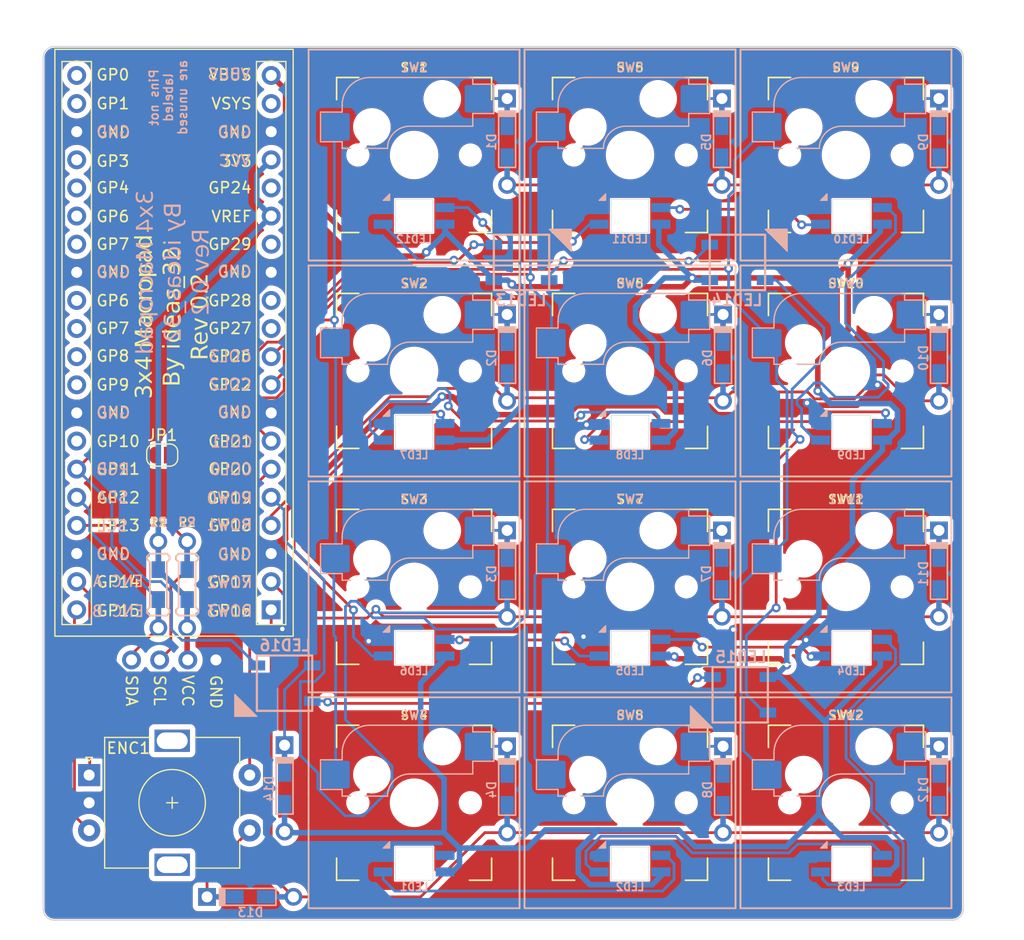
<source format=kicad_pcb>
(kicad_pcb (version 20221018) (generator pcbnew)
  (layers (0 "F.Cu" signal) (31 "B.Cu" signal) (34 "B.Paste" user) (35 "F.Paste" user) (36 "B.SilkS" user "B.Silkscreen") (37 "F.SilkS" user "F.Silkscreen") (38 "B.Mask" user) (39 "F.Mask" user) (44 "Edge.Cuts" user))
  (net 0 "")
  (net 1 "ROW0")
  (net 2 "Net-(D1-K)")
  (net 3 "ROW1")
  (net 4 "Net-(D2-K)")
  (net 5 "ROW2")
  (net 6 "Net-(D3-K)")
  (net 7 "ROW3")
  (net 8 "Net-(D4-K)")
  (net 9 "Net-(D5-K)")
  (net 10 "Net-(D6-K)")
  (net 11 "Net-(D7-K)")
  (net 12 "Net-(D8-K)")
  (net 13 "Net-(D9-K)")
  (net 14 "Net-(D10-K)")
  (net 15 "Net-(D11-K)")
  (net 16 "Net-(D12-K)")
  (net 17 "GND")
  (net 19 "VCC")
  (net 20 "OLED_SCL")
  (net 21 "OLED_SDA")
  (net 22 "COL0")
  (net 23 "COL1")
  (net 24 "COL2")
  (net 35 "COL3")
  (net 36 "ENC_A")
  (net 41 "VBUS")
  (net 42 "ENC_B")
  (net 44 "Net-(D13-K)")
  (net 45 "RGB")
  (net 47 "Net-(LED1-DIN)")
  (net 48 "Net-(LED2-DIN)")
  (net 49 "Net-(LED3-DIN)")
  (net 50 "Net-(LED4-DIN)")
  (net 51 "Net-(LED5-DIN)")
  (net 52 "Net-(LED6-DIN)")
  (net 53 "Net-(LED7-DIN)")
  (net 54 "Net-(LED8-DIN)")
  (net 55 "Net-(LED10-DOUT)")
  (net 56 "Net-(LED10-DIN)")
  (net 57 "Net-(LED11-DIN)")
  (net 58 "Net-(JP1-B)")
  (net 59 "Net-(LED13-DIN)")
  (net 60 "Net-(LED14-DIN)")
  (net 61 "Net-(LED15-DIN)")
  (net 62 "Net-(D14-K)")
  (footprint "MX_Hotswap:MX-Hotswap-1U" (layer "F.Cu") (at 200 99.5)
    (fp_text reference "SW12")
    (fp_text value "SW_Push")
  )
  (footprint "MX_Hotswap:MX-Hotswap-1U" (layer "F.Cu") (at 200 41)
    (fp_text reference "SW9")
    (fp_text value "SW_Push")
  )
  (footprint "WeAct-RP2040-Pico:WeAct-RP2040-Pico" (layer "F.Cu") (at 139.318 57.955)
    (fp_text reference "U1" hide)
    (fp_text value "WeAct-RP2040-Pico")
  )
  (footprint "MX_Hotswap:MX-Hotswap-1U" (layer "F.Cu") (at 180.5 99.5)
    (fp_text reference "SW8")
    (fp_text value "SW_Push")
  )
  (footprint "Rotary_Encoder:RotaryEncoder_Alps_EC11E-Switch_Vertical_H20mm" (layer "F.Cu") (at 139.15 99.5)
    (fp_text reference "ENC1")
    (fp_text value "RotaryEncoder_Switch" hide)
  )
  (footprint "MX_Hotswap:MX-Hotswap-1U" (layer "F.Cu") (at 161 41)
    (fp_text reference "SW1")
    (fp_text value "SW_Push")
  )
  (footprint "MX_Hotswap:MX-Hotswap-1U" (layer "F.Cu") (at 161 99.5)
    (fp_text reference "SW4")
    (fp_text value "SW_Push")
  )
  (footprint "MX_Hotswap:MX-Hotswap-1U" (layer "F.Cu") (at 200 80)
    (fp_text reference "SW11")
    (fp_text value "SW_Push")
  )
  (footprint "MX_Hotswap:MX-Hotswap-1U" (layer "F.Cu") (at 180.5 41)
    (fp_text reference "SW5")
    (fp_text value "SW_Push")
  )
  (footprint "MX_Hotswap:MX-Hotswap-1U" (layer "F.Cu") (at 180.5 60.5)
    (fp_text reference "SW6")
    (fp_text value "SW_Push")
  )
  (footprint "MX_Hotswap:MX-Hotswap-1U" (layer "F.Cu") (at 200 60.5)
    (fp_text reference "SW10")
    (fp_text value "SW_Push")
  )
  (footprint "MX_Hotswap:MX-Hotswap-1U" (layer "F.Cu") (at 161 80)
    (fp_text reference "SW3")
    (fp_text value "SW_Push")
  )
  (footprint "MX_Hotswap:MX-Hotswap-1U" (layer "F.Cu") (at 180.5 80)
    (fp_text reference "SW7")
    (fp_text value "SW_Push")
  )
  (footprint "Jumper:SolderJumper-2_P1.3mm_Open_RoundedPad1.0x1.5mm" (layer "F.Cu") (at 138.25 68.1)
    (fp_text reference "JP1")
    (fp_text value "SolderJumper_2_Open")
  )
  (footprint "MX_Hotswap:MX-Hotswap-1U" (layer "F.Cu") (at 161 60.5)
    (fp_text reference "SW2")
    (fp_text value "SW_Push")
  )
  (footprint "Keebio-Parts:I2C_Breakout" (layer "F.Cu") (at 143.1 86.6 -90)
    (fp_text reference "OLED1" hide)
    (fp_text value "SSD1306" hide)
  )
  (footprint "Keebio-Parts:WS2812B" (layer "B.Cu") (at 170.7 50.7)
    (fp_text reference "LED13")
    (fp_text value "WS2812B" hide)
  )
  (footprint "Keebio-Parts:WS2812B" (layer "B.Cu") (at 190.45 89.75 180)
    (fp_text reference "LED15")
    (fp_text value "WS2812B" hide)
  )
  (footprint "Keebio-Parts:WS2812B" (layer "B.Cu") (at 190.2 50.7)
    (fp_text reference "LED14")
    (fp_text value "WS2812B" hide)
  )
  (footprint "Keebio-Parts:SK6812-MINI-E" (layer "B.Cu") (at 180.5 46.5 180)
    (fp_text reference "LED11")
    (fp_text value "SK6812MINI-E" hide)
    (fp_line (start -1.7 1.5) (end -1.7 -1.5) (stroke (width 0.05)) (layer "Edge.Cuts"))
    (fp_line (start 1.7 -1.5) (end -1.7 -1.5) (stroke (width 0.05)) (layer "Edge.Cuts"))
    (fp_line (start 1.7 -1.5) (end 1.7 1.5) (stroke (width 0.05)) (layer "Edge.Cuts"))
    (fp_line (start 1.7 1.5) (end -1.7 1.5) (stroke (width 0.05)) (layer "Edge.Cuts"))
  )
  (footprint "Keebio-Parts:WS2812B" (layer "B.Cu") (at 149.3 88.7 180)
    (fp_text reference "LED16")
    (fp_text value "WS2812B" hide)
  )
  (footprint "Keebio-Parts:SK6812-MINI-E" (layer "B.Cu") (at 200.5 105 180)
    (fp_text reference "LED3")
    (fp_text value "SK6812MINI-E" hide)
    (fp_line (start -1.7 1.5) (end -1.7 -1.5) (stroke (width 0.05)) (layer "Edge.Cuts"))
    (fp_line (start 1.7 -1.5) (end -1.7 -1.5) (stroke (width 0.05)) (layer "Edge.Cuts"))
    (fp_line (start 1.7 -1.5) (end 1.7 1.5) (stroke (width 0.05)) (layer "Edge.Cuts"))
    (fp_line (start 1.7 1.5) (end -1.7 1.5) (stroke (width 0.05)) (layer "Edge.Cuts"))
  )
  (footprint "Keebio-Parts:Diode-Hybrid-Back" (layer "B.Cu") (at 149.3 98.2 90)
    (fp_text reference "D14")
    (fp_text value "1N4148" hide)
  )
  (footprint "Keebio-Parts:SK6812-MINI-E" (layer "B.Cu") (at 180.5 66 180)
    (fp_text reference "LED8")
    (fp_text value "SK6812MINI-E" hide)
    (fp_line (start -1.7 1.5) (end -1.7 -1.5) (stroke (width 0.05)) (layer "Edge.Cuts"))
    (fp_line (start 1.7 -1.5) (end -1.7 -1.5) (stroke (width 0.05)) (layer "Edge.Cuts"))
    (fp_line (start 1.7 -1.5) (end 1.7 1.5) (stroke (width 0.05)) (layer "Edge.Cuts"))
    (fp_line (start 1.7 1.5) (end -1.7 1.5) (stroke (width 0.05)) (layer "Edge.Cuts"))
  )
  (footprint "Keebio-Parts:SK6812-MINI-E" (layer "B.Cu") (at 200.5 46.5 180)
    (fp_text reference "LED10")
    (fp_text value "SK6812MINI-E" hide)
    (fp_line (start -1.7 1.5) (end -1.7 -1.5) (stroke (width 0.05)) (layer "Edge.Cuts"))
    (fp_line (start 1.7 -1.5) (end -1.7 -1.5) (stroke (width 0.05)) (layer "Edge.Cuts"))
    (fp_line (start 1.7 -1.5) (end 1.7 1.5) (stroke (width 0.05)) (layer "Edge.Cuts"))
    (fp_line (start 1.7 1.5) (end -1.7 1.5) (stroke (width 0.05)) (layer "Edge.Cuts"))
  )
  (footprint "Keebio-Parts:Diode-Hybrid-Back" (layer "B.Cu") (at 208.4 78.8 90)
    (fp_text reference "D11")
    (fp_text value "1N4148" hide)
  )
  (footprint "Keebio-Parts:Diode-Hybrid-Back" (layer "B.Cu") (at 188.8 39.8 90)
    (fp_text reference "D5")
    (fp_text value "1N4148" hide)
  )
  (footprint "Keebio-Parts:SK6812-MINI-E" (layer "B.Cu") (at 200.5 66 180)
    (fp_text reference "LED9")
    (fp_text value "SK6812MINI-E" hide)
    (fp_line (start -1.7 1.5) (end -1.7 -1.5) (stroke (width 0.05)) (layer "Edge.Cuts"))
    (fp_line (start 1.7 -1.5) (end -1.7 -1.5) (stroke (width 0.05)) (layer "Edge.Cuts"))
    (fp_line (start 1.7 -1.5) (end 1.7 1.5) (stroke (width 0.05)) (layer "Edge.Cuts"))
    (fp_line (start 1.7 1.5) (end -1.7 1.5) (stroke (width 0.05)) (layer "Edge.Cuts"))
  )
  (footprint "Keebio-Parts:SK6812-MINI-E" (layer "B.Cu") (at 161 46.5 180)
    (fp_text reference "LED12")
    (fp_text value "SK6812MINI-E" hide)
    (fp_line (start -1.7 1.5) (end -1.7 -1.5) (stroke (width 0.05)) (layer "Edge.Cuts"))
    (fp_line (start 1.7 -1.5) (end -1.7 -1.5) (stroke (width 0.05)) (layer "Edge.Cuts"))
    (fp_line (start 1.7 -1.5) (end 1.7 1.5) (stroke (width 0.05)) (layer "Edge.Cuts"))
    (fp_line (start 1.7 1.5) (end -1.7 1.5) (stroke (width 0.05)) (layer "Edge.Cuts"))
  )
  (footprint "Keebio-Parts:SK6812-MINI-E" (layer "B.Cu") (at 200.5 85.5 180)
    (fp_text reference "LED4")
    (fp_text value "SK6812MINI-E" hide)
    (fp_line (start -1.7 1.5) (end -1.7 -1.5) (stroke (width 0.05)) (layer "Edge.Cuts"))
    (fp_line (start 1.7 -1.5) (end -1.7 -1.5) (stroke (width 0.05)) (layer "Edge.Cuts"))
    (fp_line (start 1.7 -1.5) (end 1.7 1.5) (stroke (width 0.05)) (layer "Edge.Cuts"))
    (fp_line (start 1.7 1.5) (end -1.7 1.5) (stroke (width 0.05)) (layer "Edge.Cuts"))
  )
  (footprint "Keebio-Parts:SK6812-MINI-E" (layer "B.Cu") (at 161 85.5 180)
    (fp_text reference "LED6")
    (fp_text value "SK6812MINI-E" hide)
    (fp_line (start -1.7 1.5) (end -1.7 -1.5) (stroke (width 0.05)) (layer "Edge.Cuts"))
    (fp_line (start 1.7 -1.5) (end -1.7 -1.5) (stroke (width 0.05)) (layer "Edge.Cuts"))
    (fp_line (start 1.7 -1.5) (end 1.7 1.5) (stroke (width 0.05)) (layer "Edge.Cuts"))
    (fp_line (start 1.7 1.5) (end -1.7 1.5) (stroke (width 0.05)) (layer "Edge.Cuts"))
  )
  (footprint "Keebio-Parts:Resistor-Hybrid" (layer "B.Cu") (at 140.5 79.8 90)
    (fp_text reference "R2")
    (fp_text value "4k7" hide)
  )
  (footprint "Keebio-Parts:SK6812-MINI-E" (layer "B.Cu") (at 180.5 105 180)
    (fp_text reference "LED2")
    (fp_text value "SK6812MINI-E" hide)
    (fp_line (start -1.7 1.5) (end -1.7 -1.5) (stroke (width 0.05)) (layer "Edge.Cuts"))
    (fp_line (start 1.7 -1.5) (end -1.7 -1.5) (stroke (width 0.05)) (layer "Edge.Cuts"))
    (fp_line (start 1.7 -1.5) (end 1.7 1.5) (stroke (width 0.05)) (layer "Edge.Cuts"))
    (fp_line (start 1.7 1.5) (end -1.7 1.5) (stroke (width 0.05)) (layer "Edge.Cuts"))
  )
  (footprint "Keebio-Parts:Diode-Hybrid-Back" (layer "B.Cu") (at 188.8 78.8 90)
    (fp_text reference "D7")
    (fp_text value "1N4148" hide)
  )
  (footprint "Keebio-Parts:Diode-Hybrid-Back" (layer "B.Cu") (at 188.9 59.3 90)
    (fp_text reference "D6")
    (fp_text value "1N4148" hide)
  )
  (footprint "Keebio-Parts:Diode-Hybrid-Back" (layer "B.Cu") (at 208.4 39.8 90)
    (fp_text reference "D9")
    (fp_text value "1N4148" hide)
  )
  (footprint "Keebio-Parts:SK6812-MINI-E" (layer "B.Cu") (at 161 105 180)
    (fp_text reference "LED1")
    (fp_text value "SK6812MINI-E" hide)
    (fp_line (start -1.7 1.5) (end -1.7 -1.5) (stroke (width 0.05)) (layer "Edge.Cuts"))
    (fp_line (start 1.7 -1.5) (end -1.7 -1.5) (stroke (width 0.05)) (layer "Edge.Cuts"))
    (fp_line (start 1.7 -1.5) (end 1.7 1.5) (stroke (width 0.05)) (layer "Edge.Cuts"))
    (fp_line (start 1.7 1.5) (end -1.7 1.5) (stroke (width 0.05)) (layer "Edge.Cuts"))
  )
  (footprint "Keebio-Parts:Diode-Hybrid-Back" (layer "B.Cu") (at 169.4 39.8 90)
    (fp_text reference "D1")
    (fp_text value "1N4148" hide)
  )
  (footprint "Keebio-Parts:Diode-Hybrid-Back" (layer "B.Cu") (at 169.4 98.3 90)
    (fp_text reference "D4")
    (fp_text value "1N4148" hide)
  )
  (footprint "Keebio-Parts:SK6812-MINI-E" (layer "B.Cu") (at 180.5 85.5 180)
    (fp_text reference "LED5")
    (fp_text value "SK6812MINI-E" hide)
    (fp_line (start -1.7 1.5) (end -1.7 -1.5) (stroke (width 0.05)) (layer "Edge.Cuts"))
    (fp_line (start 1.7 -1.5) (end -1.7 -1.5) (stroke (width 0.05)) (layer "Edge.Cuts"))
    (fp_line (start 1.7 -1.5) (end 1.7 1.5) (stroke (width 0.05)) (layer "Edge.Cuts"))
    (fp_line (start 1.7 1.5) (end -1.7 1.5) (stroke (width 0.05)) (layer "Edge.Cuts"))
  )
  (footprint "Keebio-Parts:Diode-Hybrid-Back" (layer "B.Cu") (at 208.4 59.3 90)
    (fp_text reference "D10")
    (fp_text value "1N4148" hide)
  )
  (footprint "Keebio-Parts:Diode-Hybrid-Back" (layer "B.Cu") (at 146.2 108 180)
    (fp_text reference "D13")
    (fp_text value "1N4148" hide)
  )
  (footprint "Keebio-Parts:Diode-Hybrid-Back" (layer "B.Cu") (at 188.9 98.3 90)
    (fp_text reference "D8")
    (fp_text value "1N4148" hide)
  )
  (footprint "Keebio-Parts:Diode-Hybrid-Back" (layer "B.Cu") (at 208.4 98.3 90)
    (fp_text reference "D12")
    (fp_text value "1N4148" hide)
  )
  (footprint "Keebio-Parts:Diode-Hybrid-Back" (layer "B.Cu") (at 169.4 59.3 90)
    (fp_text reference "D2")
    (fp_text value "1N4148" hide)
  )
  (footprint "Keebio-Parts:Resistor-Hybrid" (layer "B.Cu") (at 137.9 79.8 -90)
    (fp_text reference "R1")
    (fp_text value "4k7" hide)
  )
  (footprint "Keebio-Parts:Diode-Hybrid-Back" (layer "B.Cu") (at 169.4 78.8 90)
    (fp_text reference "D3")
    (fp_text value "1N4148" hide)
  )
  (footprint "Keebio-Parts:SK6812-MINI-E" (layer "B.Cu") (at 161 66 180)
    (fp_text reference "LED7")
    (fp_text value "SK6812MINI-E" hide)
    (fp_line (start -1.7 1.5) (end -1.7 -1.5) (stroke (width 0.05)) (layer "Edge.Cuts"))
    (fp_line (start 1.7 -1.5) (end -1.7 -1.5) (stroke (width 0.05)) (layer "Edge.Cuts"))
    (fp_line (start 1.7 -1.5) (end 1.7 1.5) (stroke (width 0.05)) (layer "Edge.Cuts"))
    (fp_line (start 1.7 1.5) (end -1.7 1.5) (stroke (width 0.05)) (layer "Edge.Cuts"))
  )
  (gr_arc (start 210.6 109.1) (mid 210.307107 109.807107) (end 209.6 110.1) (stroke (width 0.1)) (layer "Edge.Cuts"))
  (gr_arc (start 128.5 110.1) (mid 127.792893 109.807107) (end 127.5 109.1) (stroke (width 0.1)) (layer "Edge.Cuts"))
  (gr_line (start 210.6 109.1) (end 210.6 32.2) (stroke (width 0.1)) (layer "Edge.Cuts"))
  (gr_line (start 209.6 110.1) (end 128.5 110.1) (stroke (width 0.1)) (layer "Edge.Cuts"))
  (gr_line (start 127.5 32.2) (end 127.5 109.1) (stroke (width 0.1)) (layer "Edge.Cuts"))
  (gr_line (start 209.6 31.2) (end 128.5 31.2) (stroke (width 0.1)) (layer "Edge.Cuts"))
  (gr_arc (start 127.5 32.2) (mid 127.792893 31.492893) (end 128.5 31.2) (stroke (width 0.1)) (layer "Edge.Cuts"))
  (gr_arc (start 209.6 31.2) (mid 210.307107 31.492893) (end 210.6 32.2) (stroke (width 0.1)) (layer "Edge.Cuts"))
  (gr_text "GND" (at 132.2 77) (layer "B.SilkS") (effects (font (size 1 1)) (justify right mirror)))
  (gr_text "ROW1" (at 146.5 74.4) (layer "B.SilkS") (effects (font (size 1 1)) (justify left mirror)))
  (gr_text "RGB" (at 132.2 69.4) (layer "B.SilkS") (effects (font (size 1 1)) (justify right mirror)))
  (gr_text "COL2" (at 146.4 61.7) (layer "B.SilkS") (effects (font (size 1 1)) (justify left mirror)))
  (gr_text "SDA" (at 132.3 71.9) (layer "B.SilkS") (effects (font (size 1 1)) (justify right mirror)))
  (gr_text "GND" (at 146.4 77.1) (layer "B.SilkS") (effects (font (size 1 1)) (justify left mirror)))
  (gr_text "GND" (at 146.4 51.5) (layer "B.SilkS") (effects (font (size 1 1)) (justify left mirror)))
  (gr_text "ROW3" (at 146.5 82.2) (layer "B.SilkS") (effects (font (size 1 1)) (justify left mirror)))
  (gr_text "COL0" (at 146.5 69.4) (layer "B.SilkS") (effects (font (size 1 1)) (justify left mirror)))
  (gr_text "GND" (at 132.2 64.3) (layer "B.SilkS") (effects (font (size 1 1)) (justify right mirror)))
  (gr_text "3x4 Macropad\nBy ideas_32\nRev 0.2" (at 139.3 51.6 90) (layer "B.SilkS") (effects (font (size 1.5 1.5) (thickness 0.125)) (justify mirror)))
  (gr_text "ROW0" (at 146.5 72) (layer "B.SilkS") (effects (font (size 1 1)) (justify left mirror)))
  (gr_text "GND" (at 146.4 64.2) (layer "B.SilkS") (effects (font (size 1 1)) (justify left mirror)))
  (gr_text "COL1" (at 146.5 66.9) (layer "B.SilkS") (effects (font (size 1 1)) (justify left mirror)))
  (gr_text "ENC B" (at 131.8 82.2) (layer "B.SilkS") (effects (font (size 1 1)) (justify right mirror)))
  (gr_text "GND" (at 146.4 38.9) (layer "B.SilkS") (effects (font (size 1 1)) (justify left mirror)))
  (gr_text "VCC" (at 146.3 41.5) (layer "B.SilkS") (effects (font (size 1 1)) (justify left mirror)))
  (gr_text "COL3" (at 146.4 59.2) (layer "B.SilkS") (effects (font (size 1 1)) (justify left mirror)))
  (gr_text "GND" (at 132.2 38.9) (layer "B.SilkS") (effects (font (size 1 1)) (justify right mirror)))
  (gr_text "VBUS" (at 146.3 33.7) (layer "B.SilkS") (effects (font (size 1 1)) (justify left mirror)))
  (gr_text "ROW2" (at 146.5 79.6) (layer "B.SilkS") (effects (font (size 1 1)) (justify left mirror)))
  (gr_text "Pins not\nlabeled\nare unused" (at 138.8 35.8 90) (layer "B.SilkS") (effects (font (size 0.8 0.8)) (justify mirror)))
  (gr_text "GND" (at 132.2 51.6) (layer "B.SilkS") (effects (font (size 1 1)) (justify right mirror)))
  (gr_text "ENC A" (at 131.9 79.5) (layer "B.SilkS") (effects (font (size 1 1)) (justify right mirror)))
  (gr_text "SCL" (at 132.3 74.5) (layer "B.SilkS") (effects (font (size 1 1)) (justify right mirror)))
  (gr_text "3x4 Macropad\nBy ideas_32\nRev 0.2" (at 139.2 55.6 90) (layer "F.SilkS") (effects (font (size 1.5 1.5) (thickness 0.125))))
  (segment (start 208.4 43.7) (end 188.8 43.7) (width 0.25) (layer "F.Cu") (net 1))
  (segment (start 188.8 43.7) (end 169.4 43.7) (width 0.25) (layer "F.Cu") (net 1))
  (segment (start 169.875 83.825) (end 171.224501 82.475499) (width 0.25) (layer "B.Cu") (net 1))
  (segment (start 149.267 73.088) (end 149.267 75.767002) (width 0.25) (layer "B.Cu") (net 1))
  (segment (start 159.015 96.20406) (end 154.7995 91.98856) (width 0.25) (layer "B.Cu") (net 1))
  (segment (start 150.72379 95.22379) (end 152.3 96.8) (width 0.25) (layer "B.Cu") (net 1))
  (segment (start 171.224501 82.475499) (end 171.224501 53.261231) (width 0.25) (layer "B.Cu") (net 1))
  (segment (start 171.224501 53.261231) (end 170.549901 52.586631) (width 0.25) (layer "B.Cu") (net 1))
  (segment (start 150.72379 88.55059) (end 150.72379 95.22379) (width 0.25) (layer "B.Cu") (net 1))
  (segment (start 152.3 96.8) (end 152.3 98.212462) (width 0.25) (layer "B.Cu") (net 1))
  (segment (start 149.267 75.767002) (end 152.87493 79.374932) (width 0.25) (layer "B.Cu") (net 1))
  (segment (start 157.300499 82.800499) (end 161.900499 82.800499) (width 0.25) (layer "B.Cu") (net 1))
  (segment (start 169.4 43.7) (end 169.4 42.3) (width 0.25) (layer "B.Cu") (net 1))
  (segment (start 161.900499 82.800499) (end 162.925 83.825) (width 0.25) (layer "B.Cu") (net 1))
  (segment (start 156.407074 100.6759) (end 159.015 98.067974) (width 0.25) (layer "B.Cu") (net 1))
  (segment (start 154.7995 91.98856) (end 154.7995 81.793055) (width 0.25) (layer "B.Cu") (net 1))
  (segment (start 162.925 83.825) (end 169.875 83.825) (width 0.25) (layer "B.Cu") (net 1))
  (segment (start 155.292555 81.3) (end 155.8 81.3) (width 0.25) (layer "B.Cu") (net 1))
  (segment (start 152.04941 88.55059) (end 150.72379 88.55059) (width 0.25) (layer "B.Cu") (net 1))
  (segment (start 152.3 98.212462) (end 154.763438 100.6759) (width 0.25) (layer "B.Cu") (net 1))
  (segment (start 159.015 98.067974) (end 159.015 96.20406) (width 0.25) (layer "B.Cu") (net 1))
  (segment (start 188.8 43.7) (end 188.8 42.3) (width 0.25) (layer "B.Cu") (net 1))
  (segment (start 208.4 43.7) (end 208.4 42.3) (width 0.25) (layer "B.Cu") (net 1))
  (segment (start 152.87493 79.374932) (end 152.87493 87.72507) (width 0.25) (layer "B.Cu") (net 1))
  (segment (start 155.8 81.3) (end 157.300499 82.800499) (width 0.25) (layer "B.Cu") (net 1))
  (segment (start 170.549901 44.849901) (end 169.4 43.7) (width 0.25) (layer "B.Cu") (net 1))
  (segment (start 148.092 71.913) (end 149.267 73.088) (width 0.25) (layer "B.Cu") (net 1))
  (segment (start 152.87493 87.72507) (end 152.04941 88.55059) (width 0.25) (layer "B.Cu") (net 1))
  (segment (start 170.549901 52.586631) (end 170.549901 44.849901) (width 0.25) (layer "B.Cu") (net 1))
  (segment (start 154.763438 100.6759) (end 156.407074 100.6759) (width 0.25) (layer "B.Cu") (net 1))
  (segment (start 154.7995 81.793055) (end 155.292555 81.3) (width 0.25) (layer "B.Cu") (net 1))
  (segment (start 169.4 35.9) (end 166.862 35.9) (width 0.25) (layer "B.Cu") (net 2))
  (segment (start 205.778236 63.2) (end 208.4 63.2) (width 0.25) (layer "F.Cu") (net 3))
  (segment (start 175.639064 62.904904) (end 176.818747 62.904904) (width 0.25) (layer "F.Cu") (net 3))
  (segment (start 202.717516 60.861866) (end 203.440102 60.861866) (width 0.25) (layer "F.Cu") (net 3))
  (segment (start 148.092 73.5747) (end 148.583 73.0834) (width 0.25) (layer "F.Cu") (net 3))
  (segment (start 202.117445 61.674067) (end 202.117445 61.461937) (width 0.25) (layer "F.Cu") (net 3))
  (segment (start 197.160003 63.025699) (end 200.765813 63.025699) (width 0.25) (layer "F.Cu") (net 3))
  (segment (start 176.839343 62.9255) (end 188.625 62.9255) (width 0.25) (layer "F.Cu") (net 3))
  (segment (start 168.280887 62.080887) (end 169.4 63.2) (width 0.25) (layer "F.Cu") (net 3))
  (segment (start 148.092 74.453) (end 148.092 73.5747) (width 0.25) (layer "F.Cu") (net 3))
  (segment (start 200.765813 63.025699) (end 202.117445 61.674067) (width 0.25) (layer "F.Cu") (net 3))
  (segment (start 163.216995 62.080887) (end 168.280887 62.080887) (width 0.25) (layer "F.Cu") (net 3))
  (segment (start 196.534305 62.400001) (end 197.160003 63.025699) (width 0.25) (layer "F.Cu") (net 3))
  (segment (start 176.818747 62.904904) (end 176.839343 62.9255) (width 0.25) (layer "F.Cu") (net 3))
  (segment (start 189.699999 62.400001) (end 196.534305 62.400001) (width 0.25) (layer "F.Cu") (net 3))
  (segment (start 169.675 62.9255) (end 175.618467 62.9255) (width 0.25) (layer "F.Cu") (net 3))
  (segment (start 202.117445 61.461937) (end 202.717516 60.861866) (width 0.25) (layer "F.Cu") (net 3))
  (segment (start 175.618467 62.9255) (end 175.639064 62.904904) (width 0.25) (layer "F.Cu") (net 3))
  (segment (start 188.9 63.2) (end 189.699999 62.400001) (width 0.25) (layer "F.Cu") (net 3))
  (segment (start 148.583 73.0834) (end 158.841 62.826) (width 0.25) (layer "F.Cu") (net 3))
  (segment (start 158.841 62.826) (end 162.471882 62.826) (width 0.25) (layer "F.Cu") (net 3))
  (segment (start 162.471882 62.826) (end 163.216995 62.080887) (width 0.25) (layer "F.Cu") (net 3))
  (segment (start 203.440102 60.861866) (end 205.778236 63.2) (width 0.25) (layer "F.Cu") (net 3))
  (segment (start 188.9 63.2) (end 188.9 61.8) (width 0.25) (layer "B.Cu") (net 3))
  (segment (start 169.4 63.2) (end 169.4 61.8) (width 0.25) (layer "B.Cu") (net 3))
  (segment (start 208.4 63.2) (end 208.4 61.8) (width 0.25) (layer "B.Cu") (net 3))
  (segment (start 166.862 55.4) (end 169.4 55.4) (width 0.25) (layer "B.Cu") (net 4))
  (segment (start 208.4 82.7) (end 188.8 82.7) (width 0.25) (layer "F.Cu") (net 5))
  (segment (start 169.4 82.7) (end 158.224598 82.7) (width 0.25) (layer "F.Cu") (net 5))
  (segment (start 158.224598 82.7) (end 157.550298 82.0257) (width 0.25) (layer "F.Cu") (net 5))
  (segment (start 148.092 79.533) (end 151.37686 82.81786) (width 0.25) (layer "F.Cu") (net 5))
  (segment (start 188.8 82.7) (end 169.4 82.7) (width 0.25) (layer "F.Cu") (net 5))
  (segment (start 151.37686 82.81786) (end 156.758138 82.81786) (width 0.25) (layer "F.Cu") (net 5))
  (segment (start 156.758138 82.81786) (end 157.550298 82.0257) (width 0.25) (layer "F.Cu") (net 5))
  (via (at 157.550298 82.0257) (size 0.8) (drill 0.4) (layers "F.Cu" "B.Cu") (net 5))
  (segment (start 169.050998 82.350998) (end 157.875596 82.350998) (width 0.25) (layer "B.Cu") (net 5))
  (segment (start 169.4 82.7) (end 169.050998 82.350998) (width 0.25) (layer "B.Cu") (net 5))
  (segment (start 188.8 82.7) (end 188.8 81.3) (width 0.25) (layer "B.Cu") (net 5))
  (segment (start 169.4 81.3) (end 169.4 82.7) (width 0.25) (layer "B.Cu") (net 5))
  (segment (start 208.4 82.7) (end 208.4 81.3) (width 0.25) (layer "B.Cu") (net 5))
  (segment (start 157.875596 82.350998) (end 157.550298 82.0257) (width 0.25) (layer "B.Cu") (net 5))
  (segment (start 169.4 74.9) (end 166.862 74.9) (width 0.25) (layer "B.Cu") (net 6))
  (segment (start 188.9 102.2) (end 208.4 102.2) (width 0.25) (layer "F.Cu") (net 7))
  (segment (start 161.589 108) (end 167.389 102.2) (width 0.25) (layer "F.Cu") (net 7))
  (segment (start 150.1 108) (end 161.589 108) (width 0.25) (layer "F.Cu") (net 7))
  (segment (start 148.092 82.073) (end 148.092 105.992) (width 0.25) (layer "F.Cu") (net 7))
  (segment (start 148.092 105.992) (end 150.1 108) (width 0.25) (layer "F.Cu") (net 7))
  (segment (start 167.389 102.2) (end 169.4 102.2) (width 0.25) (layer "F.Cu") (net 7))
  (segment (start 169.4 102.2) (end 188.9 102.2) (width 0.25) (layer "F.Cu") (net 7))
  (segment (start 150.1 108) (end 148.7 108) (width 0.25) (layer "B.Cu") (net 7))
  (segment (start 188.9 102.2) (end 188.9 100.8) (width 0.25) (layer "B.Cu") (net 7))
  (segment (start 169.4 102.2) (end 169.4 100.8) (width 0.25) (layer "B.Cu") (net 7))
  (segment (start 208.4 102.2) (end 208.4 100.8) (width 0.25) (layer "B.Cu") (net 7))
  (segment (start 166.862 94.4) (end 169.4 94.4) (width 0.25) (layer "B.Cu") (net 8))
  (segment (start 188.8 35.9) (end 186.362 35.9) (width 0.25) (layer "B.Cu") (net 9))
  (segment (start 186.362 55.4) (end 188.9 55.4) (width 0.25) (layer "B.Cu") (net 10))
  (segment (start 188.8 74.9) (end 186.362 74.9) (width 0.25) (layer "B.Cu") (net 11))
  (segment (start 188.9 94.4) (end 186.362 94.4) (width 0.25) (layer "B.Cu") (net 12))
  (segment (start 208.4 35.9) (end 205.862 35.9) (width 0.25) (layer "B.Cu") (net 13))
  (segment (start 205.862 55.4) (end 208.4 55.4) (width 0.25) (layer "B.Cu") (net 14))
  (segment (start 208.4 74.9) (end 205.862 74.9) (width 0.25) (layer "B.Cu") (net 15))
  (segment (start 208.4 94.4) (end 205.862 94.4) (width 0.25) (layer "B.Cu") (net 16))
  (segment (start 175.707125 63.649) (end 174.906125 64.45) (width 0.5) (layer "F.Cu") (net 17))
  (segment (start 164.455 62.824) (end 163.5173 62.824) (width 0.5) (layer "F.Cu") (net 17))
  (segment (start 174.906125 64.45) (end 166.081 64.45) (width 0.5) (layer "F.Cu") (net 17))
  (segment (start 158.2 83.6) (end 156.9 84.9) (width 0.5) (layer "F.Cu") (net 17))
  (segment (start 195.633 84.0329) (end 189.989467 84.0329) (width 0.5) (layer "F.Cu") (net 17))
  (segment (start 149.392 73.1073) (end 158.849 63.65) (width 0.5) (layer "F.Cu") (net 17))
  (segment (start 189.989467 84.0329) (end 189.817657 83.86109) (width 0.5) (layer "F.Cu") (net 17))
  (segment (start 196.4 84.8) (end 195.633 84.0329) (width 0.5) (layer "F.Cu") (net 17))
  (segment (start 187.581 63.649) (end 188.382 64.45) (width 0.5) (layer "F.Cu") (net 17))
  (segment (start 176.3 84.5) (end 175.75 83.95) (width 0.5) (layer "F.Cu") (net 17))
  (segment (start 163.215685 83.95) (end 162.865685 83.6) (width 0.5) (layer "F.Cu") (net 17))
  (segment (start 176.573049 65.313951) (end 176.573049 65.355681) (width 0.5) (layer "F.Cu") (net 17))
  (segment (start 201.00378 63.6002) (end 202.839691 61.764289) (width 0.5) (layer "F.Cu") (net 17))
  (segment (start 156.9 84.9) (end 150.2 84.9) (width 0.5) (layer "F.Cu") (net 17))
  (segment (start 175.75 83.95) (end 163.215685 83.95) (width 0.5) (layer "F.Cu") (net 17))
  (segment (start 150.2 84.9) (end 149.1 83.8) (width 0.5) (layer "F.Cu") (net 17))
  (segment (start 178.238 63.649) (end 175.707125 63.649) (width 0.5) (layer "F.Cu") (net 17))
  (segment (start 188.382 64.45) (end 195.424657 64.45) (width 0.5) (layer "F.Cu") (net 17))
  (segment (start 196.485318 63.389339) (end 196.696179 63.6002) (width 0.5) (layer "F.Cu") (net 17))
  (segment (start 166.081 64.45) (end 164.455 62.824) (width 0.5) (layer "F.Cu") (net 17))
  (segment (start 162.6913 63.65) (end 163.5173 62.824) (width 0.5) (layer "F.Cu") (net 17))
  (segment (start 162.865685 83.6) (end 158.2 83.6) (width 0.5) (layer "F.Cu") (net 17))
  (segment (start 178.238 63.649) (end 176.573049 65.313951) (width 0.5) (layer "F.Cu") (net 17))
  (segment (start 196.696179 63.6002) (end 201.00378 63.6002) (width 0.5) (layer "F.Cu") (net 17))
  (segment (start 148.092 76.993) (end 149.392 75.693) (width 0.5) (layer "F.Cu") (net 17))
  (segment (start 158.849 63.65) (end 162.6913 63.65) (width 0.5) (layer "F.Cu") (net 17))
  (segment (start 149.392 75.693) (end 149.392 73.1073) (width 0.5) (layer "F.Cu") (net 17))
  (segment (start 178.238 63.649) (end 187.581 63.649) (width 0.5) (layer "F.Cu") (net 17))
  (segment (start 195.424657 64.45) (end 196.485318 63.389339) (width 0.5) (layer "F.Cu") (net 17))
  (via (at 176.573049 65.355681) (size 0.8) (drill 0.4) (layers "F.Cu" "B.Cu") (net 17))
  (via (at 156.9 84.9) (size 0.8) (drill 0.4) (layers "F.Cu" "B.Cu") (net 17))
  (via (at 176.3 84.5) (size 0.8) (drill 0.4) (layers "F.Cu" "B.Cu") (net 17))
  (via (at 149.1 83.8) (size 0.8) (drill 0.4) (layers "F.Cu" "B.Cu") (net 17))
  (via (at 196.4 84.8) (size 0.8) (drill 0.4) (layers "F.Cu" "B.Cu") (net 17))
  (via (at 163.5173 62.824) (size 0.8) (drill 0.4) (layers "F.Cu" "B.Cu") (net 17))
  (via (at 189.817657 83.86109) (size 0.8) (drill 0.4) (layers "F.Cu" "B.Cu") (net 17))
  (via (at 196.485318 63.389339) (size 0.8) (drill 0.4) (layers "F.Cu" "B.Cu") (net 17))
  (via (at 202.839691 61.764289) (size 0.8) (drill 0.4) (layers "F.Cu" "B.Cu") (net 17))
  (segment (start 178.64 53.34) (end 178.64 58.86) (width 0.5) (layer "B.Cu") (net 17))
  (segment (start 130.528 51.593) (end 129.228 50.293) (width 0.5) (layer "B.Cu") (net 17))
  (segment (start 156.9 84.9) (end 158.25 84.9) (width 0.5) (layer "B.Cu") (net 17))
  (segment (start 197.9 45.75) (end 196.049 45.75) (width 0.5) (layer "B.Cu") (net 17))
  (segment (start 202.443499 59.487616) (end 202.443499 61.368097) (width 0.5) (layer "B.Cu") (net 17))
  (segment (start 129.228 40.193) (end 130.528 38.893) (width 0.5) (layer "B.Cu") (net 17))
  (segment (start 189.875998 89.425202) (end 189.875998 83.919431) (width 0.5) (layer "B.Cu") (net 17))
  (segment (start 159.397 63.837) (end 162.5043 63.837) (width 0.5) (layer "B.Cu") (net 17))
  (segment (start 197.484 84.75) (end 198.634 83.6) (width 0.5) (layer "B.Cu") (net 17))
  (segment (start 159.2 39.2077) (end 159.2 37.7123) (width 0.5) (layer "B.Cu") (net 17))
  (segment (start 178.64 58.86) (end 178.0561 59.4439) (width 0.5) (layer "B.Cu") (net 17))
  (segment (start 197.7 64.604021) (end 196.485318 63.389339) (width 0.5) (layer "B.Cu") (net 17))
  (segment (start 146.792 75.693) (end 146.792 65.593) (width 0.5) (layer "B.Cu") (net 17))
  (segment (start 148.152088 87.99938) (end 144.49938 87.99938) (width 0.5) (layer "B.Cu") (net 17))
  (segment (start 133.1 79.565) (end 130.528 76.993) (width 0.5) (layer "B.Cu") (net 17))
  (segment (start 158.4 45.75) (end 158.4 40.0077) (width 0.5) (layer "B.Cu") (net 17))
  (segment (start 205.049501 87.222966) (end 200.59 91.682467) (width 0.5) (layer "B.Cu") (net 17))
  (segment (start 149.1 83.8) (end 149.392 83.508) (width 0.5) (layer "B.Cu") (net 17))
  (segment (start 192.699 49.0998) (end 192.699 49.743117) (width 0.5) (layer "B.Cu") (net 17))
  (segment (start 185.91 104.7) (end 184.31 103.1) (width 0.5) (layer "B.Cu") (net 17))
  (segment (start 176.55 84.75) (end 176.3 84.5) (width 0.5) (layer "B.Cu") (net 17))
  (segment (start 178.0561 59.4439) (end 178.0561 60.6439) (width 0.5) (layer "B.Cu") (net 17))
  (segment (start 189.875998 83.919431) (end 189.817657 83.86109) (width 0.5) (layer "B.Cu") (net 17))
  (segment (start 158.4 40.0077) (end 159.2 39.2077) (width 0.5) (layer "B.Cu") (net 17))
  (segment (start 197.25 104.7) (end 196.4 104.7) (width 0.5) (layer "B.Cu") (net 17))
  (segment (start 147.6 91.09956) (end 146.80064 90.3002) (width 0.5) (layer "B.Cu") (net 17))
  (segment (start 150.485 36.5) (end 148.092 38.893) (width 0.5) (layer "B.Cu") (net 17))
  (segment (start 192.699 49.743117) (end 202.443499 59.487616) (width 0.5) (layer "B.Cu") (net 17))
  (segment (start 148.092 76.993) (end 146.792 75.693) (width 0.5) (layer "B.Cu") (net 17))
  (segment (start 187.720101 83.6) (end 188.220101 84.1) (width 0.5) (layer "B.Cu") (net 17))
  (segment (start 148.092 51.593) (end 149.392 50.293) (width 0.5) (layer "B.Cu") (net 17))
  (segment (start 197.7 65.25) (end 197.7 64.604021) (width 0.5) (layer "B.Cu") (net 17))
  (segment (start 146.792 65.593) (end 148.092 64.293) (width 0.5) (layer "B.Cu") (net 17))
  (segment (start 129.228 65.593) (end 130.528 64.293) (width 0.5) (layer "B.Cu") (net 17))
  (segment (start 149.392 50.293) (end 149.392 40.193) (width 0.5) (layer "B.Cu") (net 17))
  (segment (start 157.988 36.5) (end 150.485 36.5) (width 0.5) (layer "B.Cu") (net 17))
  (segment (start 141.8 87.9) (end 134.942 87.9) (width 0.5) (layer "B.Cu") (net 17))
  (segment (start 178.44 103.1) (end 177.7 103.84) (width 0.5) (layer "B.Cu") (net 17))
  (segment (start 197.7 104.25) (end 197.25 104.7) (width 0.5) (layer "B.Cu") (net 17))
  (segment (start 146.792 62.993) (end 148.092 64.293) (width 0.5) (layer "B.Cu") (net 17))
  (segment (start 196.45 84.75) (end 197.484 84.75) (width 0.5) (layer "B.Cu") (net 17))
  (segment (start 133.1 93.8) (end 133.1 86.0585) (width 0.5) (layer "B.Cu") (net 17))
  (segment (start 133.1 86.0585) (end 133.1 84.8) (width 0.5) (layer "B.Cu") (net 17))
  (segment (start 187.951 91.3502) (end 189.875998 89.425202) (width 0.5) (layer "B.Cu") (net 17))
  (segment (start 175.209 64.850582) (end 175.714099 65.355681) (width 0.5) (layer "B.Cu") (net 17))
  (segment (start 175.714099 65.355681) (end 176.573049 65.355681) (width 0.5) (layer "B.Cu") (net 17))
  (segment (start 189.578747 84.1) (end 189.817657 83.86109) (width 0.5) (layer "B.Cu") (net 17))
  (segment (start 130.528 76.993) (end 129.228 75.693) (width 0.5) (layer "B.Cu") (net 17))
  (segment (start 177.2 83.6) (end 187.720101 83.6) (width 0.5) (layer "B.Cu") (net 17))
  (segment (start 173.19936 49.0998) (end 174.3998 49.0998) (width 0.5) (layer "B.Cu") (net 17))
  (segment (start 177.9 84.75) (end 176.55 84.75) (width 0.5) (layer "B.Cu") (net 17))
  (segment (start 200.59 95.2418) (end 202.894 97.5458) (width 0.5) (layer "B.Cu") (net 17))
  (segment (start 196.4 104.7) (end 185.91 104.7) (width 0.5) (layer "B.Cu") (net 17))
  (segment (start 147.6 102.267767) (end 147.6 91.09956) (width 0.5) (layer "B.Cu") (net 17))
  (segment (start 159.2 37.7123) (end 157.988 36.5) (width 0.5) (layer "B.Cu") (net 17))
  (segment (start 197.465 107.475) (end 196.4 106.41) (width 0.5) (layer "B.Cu") (net 17))
  (segment (start 196.4 84.8) (end 196.45 84.75) (width 0.5) (layer "B.Cu") (net 17))
  (segment (start 205.05064 107.475) (end 197.465 107.475) (width 0.5) (layer "B.Cu") (net 17))
  (segment (start 178.0561 60.6439) (end 175.209 63.491) (width 0.5) (layer "B.Cu") (net 17))
  (segment (start 158.4 104.25) (end 149.582233 104.25) (width 0.5) (layer "B.Cu") (net 17))
  (segment (start 148.092 51.593) (end 148.092 52.197244) (width 0.5) (layer "B.Cu") (net 17))
  (segment (start 129.228 50.293) (end 129.228 40.193) (width 0.5) (layer "B.Cu") (net 17))
  (segment (start 175.209 63.491) (end 175.209 64.850582) (width 0.5) (layer "B.Cu") (net 17))
  (segment (start 174.3998 49.0998) (end 178.64 53.34) (width 0.5) (layer "B.Cu") (net 17))
  (segment (start 148.092 52.197244) (end 146.792 53.497244) (width 0.5) (layer "B.Cu") (net 17))
  (segment (start 149.392 83.508) (end 149.392 78.293) (width 0.5) (layer "B.Cu") (net 17))
  (segment (start 129.228 62.993) (end 129.228 52.893) (width 0.5) (layer "B.Cu") (net 17))
  (segment (start 130.528 64.293) (end 129.228 62.993) (width 0.5) (layer "B.Cu") (net 17))
  (segment (start 149.392 40.193) (end 148.092 38.893) (width 0.5) (layer "B.Cu") (net 17))
  (segment (start 144.49938 87.99938) (end 143.1 86.6) (width 0.5) (layer "B.Cu") (net 17))
  (segment (start 176.57313 65.3556) (end 176.573049 65.355681) (width 0.5) (layer "B.Cu") (net 17))
  (segment (start 149.392 78.293) (end 148.092 76.993) (width 0.5) (layer "B.Cu") (net 17))
  (segment (start 177.7944 65.3556) (end 176.57313 65.3556) (width 0.5) (layer "B.Cu") (net 17))
  (segment (start 177.7 103.84) (end 177.7 104.25) (width 0.5) (layer "B.Cu") (net 17))
  (segment (start 198.634 83.6) (end 204.31 83.6) (width 0.5) (layer "B.Cu") (net 17))
  (segment (start 132.05 99.5) (end 133.1 98.45) (width 0.5) (layer "B.Cu") (net 17))
  (segment (start 146.792 53.497244) (end 146.792 62.993) (width 0.5) (layer "B.Cu") (net 17))
  (segment (start 134.942 87.9) (end 133.1 86.0585) (width 0.5) (layer "B.Cu") (net 17))
  (segment (start 205.749501 106.776139) (end 205.05064 107.475) (width 0.5) (layer "B.Cu") (net 17))
  (segment (start 205.049501 84.339501) (end 205.049501 87.222966) (width 0.5) (layer "B.Cu") (net 17))
  (segment (start 162.5043 63.837) (end 163.5173 62.824) (width 0.5) (layer "B.Cu") (net 17))
  (segment (start 196.049 45.75) (end 192.699 49.0998) (width 0.5) (layer "B.Cu") (net 17))
  (segment (start 133.1 84.8) (end 133.1 79.565) (width 0.5) (layer "B.Cu") (net 17))
  (segment (start 204.31 83.6) (end 205.049501 84.339501) (width 0.5) (layer "B.Cu") (net 17))
  (segment (start 202.443499 61.368097) (end 202.839691 61.764289) (width 0.5) (layer "B.Cu") (net 17))
  (segment (start 205.749501 102.913862) (end 205.749501 106.776139) (width 0.5) (layer "B.Cu") (net 17))
  (segment (start 196.4 106.41) (end 196.4 104.7) (width 0.5) (layer "B.Cu") (net 17))
  (segment (start 173.199 49.0998) (end 176.549 45.75) (width 0.5) (layer "B.Cu") (net 17))
  (segment (start 149.1 87.051468) (end 148.152088 87.99938) (width 0.5) (layer "B.Cu") (net 17))
  (segment (start 129.228 52.893) (end 130.528 51.593) (width 0.5) (layer "B.Cu") (net 17))
  (segment (start 202.894 100.058361) (end 205.749501 102.913862) (width 0.5) (layer "B.Cu") (net 17))
  (segment (start 176.3 84.5) (end 177.2 83.6) (width 0.5) (layer "B.Cu") (net 17))
  (segment (start 129.228 75.693) (end 129.228 65.593) (width 0.5) (layer "B.Cu") (net 17))
  (segment (start 143.1 86.6) (end 141.8 87.9) (width 0.5) (layer "B.Cu") (net 17))
  (segment (start 184.31 103.1) (end 178.44 103.1) (width 0.5) (layer "B.Cu") (net 17))
  (segment (start 158.4 64.8343) (end 159.397 63.837) (width 0.5) (layer "B.Cu") (net 17))
  (segment (start 158.4 65.25) (end 158.4 64.8343) (width 0.5) (layer "B.Cu") (net 17))
  (segment (start 200.59 91.682467) (end 200.59 95.2418) (width 0.5) (layer "B.Cu") (net 17))
  (segment (start 188.220101 84.1) (end 189.578747 84.1) (width 0.5) (layer "B.Cu") (net 17))
  (segment (start 176.549 45.75) (end 177.9 45.75) (width 0.5) (layer "B.Cu") (net 17))
  (segment (start 149.1 83.8) (end 149.1 87.051468) (width 0.5) (layer "B.Cu") (net 17))
  (segment (start 146.8002 90.3002) (end 143.1 86.6) (width 0.5) (layer "B.Cu") (net 17))
  (segment (start 202.894 97.5458) (end 202.894 100.058361) (width 0.5) (layer "B.Cu") (net 17))
  (segment (start 133.1 98.45) (end 133.1 94.9) (width 0.5) (layer "B.Cu") (net 17))
  (segment (start 149.582233 104.25) (end 147.6 102.267767) (width 0.5) (layer "B.Cu") (net 17))
  (segment (start 133.1 94.9) (end 133.1 93.8) (width 0.5) (layer "B.Cu") (net 17))
  (segment (start 140.5 83.7) (end 140.5 86.54) (width 0.5) (layer "F.Cu") (net 19))
  (segment (start 140.5 86.54) (end 140.56 86.6) (width 0.5) (layer "F.Cu") (net 19))
  (segment (start 140.5 81.05) (end 137.9 78.45) (width 0.5) (layer "B.Cu") (net 19))
  (segment (start 137.9 75.9) (end 137.9 56.705) (width 0.5) (layer "B.Cu") (net 19))
  (segment (start 140.5 81.15) (end 140.5 81.05) (width 0.5) (layer "B.Cu") (net 19))
  (segment (start 146.792 45.213) (end 146.792 42.733) (width 0.5) (layer "B.Cu") (net 19))
  (segment (start 146.792 42.733) (end 148.092 41.433) (width 0.5) (layer "B.Cu") (net 19))
  (segment (start 137.9 56.705) (end 148.092 46.513) (width 0.5) (layer "B.Cu") (net 19))
  (segment (start 148.092 46.513) (end 146.792 45.213) (width 0.5) (layer "B.Cu") (net 19))
  (segment (start 139.053 74.453) (end 130.528 74.453) (width 0.25) (layer "F.Cu") (net 20))
  (segment (start 139.025 85.595) (end 138.02 86.6) (width 0.25) (layer "F.Cu") (net 20))
  (segment (start 140.5 75.9) (end 139.053 74.453) (width 0.25) (layer "F.Cu") (net 20))
  (segment (start 140.5 78.45) (end 139.025 79.925) (width 0.25) (layer "F.Cu") (net 20))
  (segment (start 139.025 79.925) (end 139.025 85.595) (width 0.25) (layer "F.Cu") (net 20))
  (segment (start 137.9 83.7) (end 135.48 86.12) (width 0.25) (layer "F.Cu") (net 21))
  (segment (start 135.48 86.12) (end 135.48 86.6) (width 0.25) (layer "F.Cu") (net 21))
  (segment (start 131.703 73.088) (end 130.528 71.913) (width 0.25) (layer "B.Cu") (net 21))
  (segment (start 137.9 81.15) (end 131.703 74.953) (width 0.25) (layer "B.Cu") (net 21))
  (segment (start 131.703 74.953) (end 131.703 73.088) (width 0.25) (layer "B.Cu") (net 21))
  (segment (start 146.15 71.315) (end 146.15 97) (width 0.25) (layer "F.Cu") (net 22))
  (segment (start 148.092 69.373) (end 146.15 71.315) (width 0.25) (layer "F.Cu") (net 22))
  (segment (start 152.70707 55.9) (end 153.8 55.9) (width 0.25) (layer "F.Cu") (net 23))
  (segment (start 148.092 66.833) (end 146.917 65.658) (width 0.25) (layer "F.Cu") (net 23))
  (segment (start 147.107 62.928) (end 148.578701 62.928) (width 0.25) (layer "F.Cu") (net 23))
  (segment (start 149.717 58.89007) (end 152.70707 55.9) (width 0.25) (layer "F.Cu") (net 23))
  (segment (start 149.267 61.2663) (end 149.717 60.8163) (width 0.25) (layer "F.Cu") (net 23))
  (segment (start 148.578701 62.928) (end 149.267 62.239701) (width 0.25) (layer "F.Cu") (net 23))
  (segment (start 146.917 65.658) (end 146.917 63.118) (width 0.25) (layer "F.Cu") (net 23))
  (segment (start 146.917 63.118) (end 147.107 62.928) (width 0.25) (layer "F.Cu") (net 23))
  (segment (start 149.267 62.239701) (end 149.267 61.2663) (width 0.25) (layer "F.Cu") (net 23))
  (segment (start 149.717 60.8163) (end 149.717 58.89007) (width 0.25) (layer "F.Cu") (net 23))
  (via (at 153.8 55.9) (size 0.8) (drill 0.4) (layers "F.Cu" "B.Cu") (net 23))
  (segment (start 153.750499 77.624501) (end 153.915 77.46) (width 0.25) (layer "B.Cu") (net 23))
  (segment (start 153.915 95.59) (end 153.915 84.55069) (width 0.25) (layer "B.Cu") (net 23))
  (segment (start 154.6 96.275) (end 153.915 95.59) (width 0.25) (layer "B.Cu") (net 23))
  (segment (start 153.750499 84.386189) (end 153.750499 77.624501) (width 0.25) (layer "B.Cu") (net 23))
  (segment (start 153.8 55.9) (end 153.8 38.575) (width 0.25) (layer "B.Cu") (net 23))
  (segment (start 153.8 55.9) (end 153.8 57.845) (width 0.25) (layer "B.Cu") (net 23))
  (segment (start 153.915 57.96) (end 153.915 77.46) (width 0.25) (layer "B.Cu") (net 23))
  (segment (start 153.915 84.55069) (end 153.750499 84.386189) (width 0.25) (layer "B.Cu") (net 23))
  (segment (start 148.092 61.753) (end 149.267 60.578) (width 0.25) (layer "F.Cu") (net 24))
  (segment (start 171.223 51.7735) (end 171.5 52.051) (width 0.25) (layer "F.Cu") (net 24))
  (segment (start 149.267 58.70438) (end 156.19788 51.7735) (width 0.25) (layer "F.Cu") (net 24))
  (segment (start 156.19788 51.7735) (end 171.223 51.7735) (width 0.25) (layer "F.Cu") (net 24))
  (segment (start 149.267 60.578) (end 149.267 58.70438) (width 0.25) (layer "F.Cu") (net 24))
  (via (at 171.5 52.051) (size 0.8) (drill 0.4) (layers "F.Cu" "B.Cu") (net 24))
  (segment (start 173.415 54.81604) (end 171.5 52.90104) (width 0.25) (layer "B.Cu") (net 24))
  (segment (start 171.9 95.445) (end 171.9 78.975) (width 0.25) (layer "B.Cu") (net 24))
  (segment (start 173.415 57.96) (end 173.415 54.81604) (width 0.25) (layer "B.Cu") (net 24))
  (segment (start 171.9 78.975) (end 173.415 77.46) (width 0.25) (layer "B.Cu") (net 24))
  (segment (start 173.05 77.0955) (end 173.05 58.3245) (width 0.25) (layer "B.Cu") (net 24))
  (segment (start 171.5 52.90104) (end 171.5 52.051) (width 0.25) (layer "B.Cu") (net 24))
  (segment (start 171.5 40.375) (end 171.5 52.051) (width 0.25) (layer "B.Cu") (net 24))
  (segment (start 173.415 38.46) (end 171.5 40.375) (width 0.25) (layer "B.Cu") (net 24))
  (segment (start 173.415 96.96) (end 171.9 95.445) (width 0.25) (layer "B.Cu") (net 24))
  (segment (start 186.1 51.3245) (end 185.5 51.3245) (width 0.25) (layer "F.Cu") (net 35))
  (segment (start 186.125 51.3) (end 186.1 51.3245) (width 0.25) (layer "F.Cu") (net 35))
  (segment (start 189.3505 51.3) (end 186.125 51.3) (width 0.25) (layer "F.Cu") (net 35))
  (segment (start 189.4 51.2505) (end 189.3505 51.3) (width 0.25) (layer "F.Cu") (net 35))
  (segment (start 185.499 51.324) (end 156.01169 51.324) (width 0.25) (layer "F.Cu") (net 35))
  (segment (start 148.955499 58.349501) (end 148.092 59.213) (width 0.25) (layer "F.Cu") (net 35))
  (segment (start 156.01169 51.324) (end 148.986189 58.349501) (width 0.25) (layer "F.Cu") (net 35))
  (segment (start 148.986189 58.349501) (end 148.955499 58.349501) (width 0.25) (layer "F.Cu") (net 35))
  (segment (start 185.5 51.3245) (end 185.499 51.324) (width 0.25) (layer "F.Cu") (net 35))
  (via (at 189.4 51.2505) (size 0.8) (drill 0.4) (layers "F.Cu" "B.Cu") (net 35))
  (segment (start 189.4 44.690991) (end 189.925 44.165991) (width 0.25) (layer "B.Cu") (net 35))
  (segment (start 194.7 62.3) (end 193.7441 61.3441) (width 0.25) (layer "B.Cu") (net 35))
  (segment (start 190.749501 90.087021) (end 190.550499 89.888019) (width 0.25) (layer "B.Cu") (net 35))
  (segment (start 190.550499 89.888019) (end 190.550499 79.824501) (width 0.25) (layer "B.Cu") (net 35))
  (segment (start 189.925 44.165991) (end 189.925 41.475) (width 0.25) (layer "B.Cu") (net 35))
  (segment (start 189.4 51.2505) (end 189.4 44.690991) (width 0.25) (layer "B.Cu") (net 35))
  (segment (start 190.550499 79.824501) (end 192.915 77.46) (width 0.25) (layer "B.Cu") (net 35))
  (segment (start 192.915 77.46) (end 194.676 75.699) (width 0.25) (layer "B.Cu") (net 35))
  (segment (start 194.676 62.324) (end 194.7 62.3) (width 0.25) (layer "B.Cu") (net 35))
  (segment (start 189.4 53.8) (end 192.915 57.315) (width 0.25) (layer "B.Cu") (net 35))
  (segment (start 189.925 41.475) (end 192.915 38.485) (width 0.25) (layer "B.Cu") (net 35))
  (segment (start 190.749501 94.794501) (end 190.749501 90.087021) (width 0.25) (layer "B.Cu") (net 35))
  (segment (start 194.676 75.699) (end 194.676 62.324) (width 0.25) (layer "B.Cu") (net 35))
  (segment (start 189.4 51.2505) (end 189.4 53.8) (width 0.25) (layer "B.Cu") (net 35))
  (segment (start 192.915 96.96) (end 190.749501 94.794501) (width 0.25) (layer "B.Cu") (net 35))
  (segment (start 193.7441 61.3441) (end 193.7441 58.7891) (width 0.25) (layer "B.Cu") (net 35))
  (segment (start 131.703 96.947) (end 131.703 80.708) (width 0.25) (layer "F.Cu") (net 36))
  (segment (start 131.703 80.708) (end 130.528 79.533) (width 0.25) (layer "F.Cu") (net 36))
  (segment (start 200.2 50.8) (end 200.2 56.8438) (width 0.5) (layer "F.Cu") (net 41))
  (segment (start 184.5 86.3) (end 184.7 86.5) (width 0.5) (layer "F.Cu") (net 41))
  (segment (start 162.1 49.7755) (end 161.750335 50.125499) (width 0.5) (layer "F.Cu") (net 41))
  (segment (start 184.7 86.5) (end 194.095668 86.5) (width 0.5) (layer "F.Cu") (net 41))
  (segment (start 170.051302 52.9005) (end 169.825401 52.674599) (width 0.5) (layer "F.Cu") (net 41))
  (segment (start 200.2 56.8438) (end 197.460101 59.583699) (width 0.5) (layer "F.Cu") (net 41))
  (segment (start 198.9 52.1) (end 186.1 52.1) (width 0.5) (layer "F.Cu") (net 41))
  (segment (start 161.750335 50.125499) (end 156.825499 50.125499) (width 0.5) (layer "F.Cu") (net 41))
  (segment (start 156.825499 50.125499) (end 149.392 42.692) (width 0.5) (layer "F.Cu") (net 41))
  (segment (start 149.392 42.692) (end 149.392 35.113) (width 0.5) (layer "F.Cu") (net 41))
  (segment (start 197.460101 59.583699) (end 197.460101 62.301199) (width 0.5) (layer "F.Cu") (net 41))
  (segment (start 185.3 52.9005) (end 170.051302 52.9005) (width 0.5) (layer "F.Cu") (net 41))
  (segment (start 149.392 35.113) (end 148.092 33.813) (width 0.5) (layer "F.Cu") (net 41))
  (segment (start 194.095668 86.5) (end 194.652396 87.056728) (width 0.5) (layer "F.Cu") (net 41))
  (segment (start 200.2 50.8) (end 198.9 52.1) (width 0.5) (layer "F.Cu") (net 41))
  (segment (start 186.1 52.1) (end 185.3 52.9005) (width 0.5) (layer "F.Cu") (net 41))
  (via (at 200.2 50.8) (size 0.8) (drill 0.4) (layers "F.Cu" "B.Cu") (net 41))
  (via (at 162.1 49.7755) (size 0.8) (drill 0.4) (layers "F.Cu" "B.Cu") (net 41))
  (via (at 184.5 86.3) (size 0.8) (drill 0.4) (layers "F.Cu" "B.Cu") (net 41))
  (via (at 169.825401 52.674599) (size 0.8) (drill 0.4) (layers "F.Cu" "B.Cu") (net 41))
  (via (at 197.460101 62.301199) (size 0.8) (drill 0.4) (layers "F.Cu" "B.Cu") (net 41))
  (via (at 194.652396 87.056728) (size 0.8) (drill 0.4) (layers "F.Cu" "B.Cu") (net 41))
  (via (at 186.1 52.1) (size 0.8) (drill 0.4) (layers "F.Cu" "B.Cu") (net 41))
  (segment (start 198.2 92.06) (end 198.2 97.8438) (width 0.5) (layer "B.Cu") (net 41))
  (segment (start 165.1 103.59) (end 163.71 102.2) (width 0.5) (layer "B.Cu") (net 41))
  (segment (start 194.652396 85.345522) (end 197.5561 82.441818) (width 0.5) (layer "B.Cu") (net 41))
  (segment (start 183.3 105.75) (end 183.3 106.1) (width 0.5) (layer "B.Cu") (net 41))
  (segment (start 194.618 103.45) (end 186.374936 103.45) (width 0.5) (layer "B.Cu") (net 41))
  (segment (start 203.74 66.75) (end 204.65 65.84) (width 0.5) (layer "B.Cu") (net 41))
  (segment (start 177.631414 101.950499) (end 175.825499 103.756414) (width 0.5) (layer "B.Cu") (net 41))
  (segment (start 187.7006 52.3002) (end 186.3 52.3002) (width 0.5) (layer "B.Cu") (net 41))
  (segment (start 203.1 86.25) (end 203.1 87.16) (width 0.5) (layer "B.Cu") (net 41))
  (segment (start 165.050284 49.149716) (end 167.0508 51.15) (width 0.5) (layer "B.Cu") (net 41))
  (segment (start 171.21 103.59) (end 172.849501 101.950499) (width 0.5) (layer "B.Cu") (net 41))
  (segment (start 197.556 100.512) (end 199.694 102.65) (width 0.5) (layer "B.Cu") (net 41))
  (segment (start 203.3 105.75) (end 203.96 105.75) (width 0.5) (layer "B.Cu") (net 41))
  (segment (start 183.1 49.1) (end 183.1 47.25) (width 0.5) (layer "B.Cu") (net 41))
  (segment (start 184.875435 101.950499) (end 177.649501 101.950499) (width 0.5) (layer "B.Cu") (net 41))
  (segment (start 176.89 106.9) (end 182.5 106.9) (width 0.5) (layer "B.Cu") (net 41))
  (segment (start 204.6 105.11) (end 204.6 103.612) (width 0.5) (layer "B.Cu") (net 41))
  (segment (start 163.8 47.25) (end 163.8 48.0755) (width 0.5) (layer "B.Cu") (net 41))
  (segment (start 193.559324 88.1498) (end 194.652396 87.056728) (width 0.5) (layer "B.Cu") (net 41))
  (segment (start 197.556 98.4877) (end 197.556 100.512) (width 0.5) (layer "B.Cu") (net 41))
  (segment (start 163.8 47.899432) (end 165.050284 49.149716) (width 0.5) (layer "B.Cu") (net 41))
  (segment (start 181 54.7) (end 183.6 52.1) (width 0.5) (layer "B.Cu") (net 41))
  (segment (start 163.6 86.665685) (end 163.6 86.25) (width 0.5) (layer "B.Cu") (net 41))
  (segment (start 186.1 52.1) (end 183.1 49.1) (width 0.5) (layer "B.Cu") (net 41))
  (segment (start 161.59 95.227716) (end 161.59 88.675685) (width 0.5) (layer "B.Cu") (net 41))
  (segment (start 170.65 53.499198) (end 169.825401 52.674599) (width 0.5) (layer "B.Cu") (net 41))
  (segment (start 203.96 105.75) (end 204.6 105.11) (width 0.5) (layer "B.Cu") (net 41))
  (segment (start 186.3 52.3002) (end 186.1 52.1) (width 0.5) (layer "B.Cu") (net 41))
  (segment (start 192.94936 88.1498) (end 193.559324 88.1498) (width 0.5) (layer "B.Cu") (net 41))
  (segment (start 165.1 103.59) (end 171.21 103.59) (width 0.5) (layer "B.Cu") (net 41))
  (segment (start 183.871968 60.928032) (end 182.944 60) (width 0.5) (layer "B.Cu") (net 41))
  (segment (start 163.8 47.25) (end 163.8 47.899432) (width 0.5) (layer "B.Cu") (net 41))
  (segment (start 163.8 105.75) (end 164.46 105.75) (width 0.5) (layer "B.Cu") (net 41))
  (segment (start 169.451 52.3002) (end 169.8254 52.6746) (width 0.5) (layer "B.Cu") (net 41))
  (segment (start 197.5561 78.9439) (end 200.59 75.91) (width 0.5) (layer "B.Cu") (net 41))
  (segment (start 194.0498 88.1498) (end 197.96 92.06) (width 0.5) (layer "B.Cu") (net 41))
  (segment (start 204.6 103.612) (end 203.637999 102.649999) (width 0.5) (layer "B.Cu") (net 41))
  (segment (start 165.1 105.11) (end 165.1 103.59) (width 0.5) (layer "B.Cu") (net 41))
  (segment (start 203.1 47.9) (end 200.2 50.8) (width 0.5) (layer "B.Cu") (net 41))
  (segment (start 164.46 105.75) (end 165.1 105.11) (width 0.5) (layer "B.Cu") (net 41))
  (segment (start 163.71 102.2) (end 149.3 102.2) (width 0.5) (layer "B.Cu") (net 41))
  (segment (start 167.0508 51.15) (end 168.201 52.3002) (width 0.5) (layer "B.Cu") (net 41))
  (segment (start 172.849501 101.950499) (end 177.649501 101.950499) (width 0.5) (layer "B.Cu") (net 41))
  (segment (start 186.374936 103.45) (end 184.875435 101.950499) (width 0.5) (layer "B.Cu") (net 41))
  (segment (start 192.94936 88.1498) (end 194.0498 88.1498) (width 0.5) (layer "B.Cu") (net 41))
  (segment (start 197.96 92.06) (end 198.2 92.06) (width 0.5) (layer "B.Cu") (net 41))
  (segment (start 183.3 106.1) (end 182.5 106.9) (width 0.5) (layer "B.Cu") (net 41))
  (segment (start 200.59 70.37) (end 203.3 67.66) (width 0.5) (layer "B.Cu") (net 41))
  (segment (start 167.617767 66.75) (end 170.65 63.717767) (width 0.5) (layer "B.Cu") (net 41))
  (segment (start 199.694 102.65) (end 203.637999 102.649999) (width 0.5) (layer "B.Cu") (net 41))
  (segment (start 184.6 65.89) (end 184.6 61.656064) (width 0.5) (layer "B.Cu") (net 41))
  (segment (start 163.71 97.347716) (end 161.59 95.227716) (width 0.5) (layer "B.Cu") (net 41))
  (segment (start 204.65 65.84) (end 204.65 64.098624) (width 0.5) (layer "B.Cu") (net 41))
  (segment (start 170.65 63.717767) (end 170.65 53.499198) (width 0.5) (layer "B.Cu") (net 41))
  (segment (start 184.45 86.25) (end 184.5 86.3) (width 0.5) (layer "B.Cu") (net 41))
  (segment (start 203.3 66.75) (end 203.74 66.75) (width 0.5) (layer "B.Cu") (net 41))
  (segment (start 183.1 86.25) (end 184.45 86.25) (width 0.5) (layer "B.Cu") (net 41))
  (segment (start 175.825499 105.835499) (end 176.89 106.9) (width 0.5) (layer "B.Cu") (net 41))
  (segment (start 183.6 52.1) (end 186.1 52.1) (width 0.5) (layer "B.Cu") (net 41))
  (segment (start 163.8 66.75) (end 167.617767 66.75) (width 0.5) (layer "B.Cu") (net 41))
  (segment (start 203.3 67.66) (end 203.3 66.75) (width 0.5) (layer "B.Cu") (net 41))
  (segment (start 175.825499 103.756414) (end 175.825499 105.835499) (width 0.5) (layer "B.Cu") (net 41))
  (segment (start 182.944 58.0816) (end 181 56.1377) (width 0.5) (layer "B.Cu") (net 41))
  (segment (start 182.944 60) (end 182.944 58.0816) (width 0.5) (layer "B.Cu") (net 41))
  (segment (start 177.649501 101.950499) (end 177.631414 101.950499) (width 0.5) (layer "B.Cu") (net 41))
  (segment (start 203.1 87.16) (end 198.2 92.06) (width 0.5) (layer "B.Cu") (net 41))
  (segment (start 204.001876 63.4505) (end 198.609402 63.4505) (width 0.5) (layer "B.Cu") (net 41))
  (segment (start 200.59 75.91) (end 200.59 70.37) (width 0.5) (layer "B.Cu") (net 41))
  (segment (start 197.5561 82.441818) (end 197.5561 78.9439) (width 0.5) (layer "B.Cu") (net 41))
  (segment (start 198.609402 63.4505) (end 197.460101 62.301199) (width 0.5) (layer "B.Cu") (net 41))
  (segment (start 184.6 61.656064) (end 183.871968 60.928032) (width 0.5) (layer "B.Cu") (net 41))
  (segment (start 204.65 64.098624) (end 204.001876 63.4505) (width 0.5) (layer "B.Cu") (net 41))
  (segment (start 163.8 48.0755) (end 162.1 49.7755) (width 0.5) (layer "B.Cu") (net 41))
  (segment (start 161.59 88.675685) (end 163.6 86.665685) (width 0.5) (layer "B.Cu") (net 41))
  (segment (start 197.556 100.512) (end 194.618 103.45) (width 0.5) (layer "B.Cu") (net 41))
  (segment (start 168.201 52.3002) (end 169.451 52.3002) (width 0.5) (layer "B.Cu") (net 41))
  (segment (start 183.74 66.75) (end 184.6 65.89) (width 0.5) (layer "B.Cu") (net 41))
  (segment (start 198.2 97.8438) (end 197.556 98.4877) (width 0.5) (layer "B.Cu") (net 41))
  (segment (start 194.652396 87.056728) (end 194.652396 85.345522) (width 0.5) (layer "B.Cu") (net 41))
  (segment (start 163.71 102.2) (end 163.71 97.347716) (width 0.5) (layer "B.Cu") (net 41))
  (segment (start 203.1 47.25) (end 203.1 47.9) (width 0.5) (layer "B.Cu") (net 41))
  (segment (start 181 56.1377) (end 181 54.7) (width 0.5) (layer "B.Cu") (net 41))
  (segment (start 131.65 102) (end 130.325 100.675) (width 0.25) (layer "F.Cu") (net 42))
  (segment (start 130.325 100.675) (end 130.325 82.276) (width 0.25) (layer "F.Cu") (net 42))
  (segment (start 142.3 108) (end 142.3 105.85) (width 0.25) (layer "F.Cu") (net 44))
  (segment (start 142.3 105.85) (end 146.15 102) (width 0.25) (layer "F.Cu") (net 44))
  (segment (start 142.3 108) (end 143.7 108) (width 0.25) (layer "B.Cu") (net 44))
  (segment (start 131.801 68.1) (end 130.528 69.373) (width 0.25) (layer "F.Cu") (net 45))
  (segment (start 137.6 68.1) (end 131.801 68.1) (width 0.25) (layer "F.Cu") (net 45))
  (segment (start 136.975 79.525) (end 133.7 76.25) (width 0.25) (layer "B.Cu") (net 45))
  (segment (start 133.7 76.25) (end 133.7 72.545) (width 0.25) (layer "B.Cu") (net 45))
  (segment (start 139.1 83.890991) (end 139.1 80.5) (width 0.25) (layer "B.Cu") (net 45))
  (segment (start 133.7 72.545) (end 130.528 69.373) (width 0.25) (layer "B.Cu") (net 45))
  (segment (start 146.80064 87.0998) (end 144.52584 84.825) (width 0.25) (layer "B.Cu") (net 45))
  (segment (start 138.125 79.525) (end 136.975 79.525) (width 0.25) (layer "B.Cu") (net 45))
  (segment (start 140.034009 84.825) (end 139.1 83.890991) (width 0.25) (layer "B.Cu") (net 45))
  (segment (start 139.1 80.5) (end 138.125 79.525) (width 0.25) (layer "B.Cu") (net 45))
  (segment (start 144.52584 84.825) (end 140.034009 84.825) (width 0.25) (layer "B.Cu") (net 45))
  (segment (start 184.475 104.985) (end 184.475 106.425) (width 0.25) (layer "B.Cu") (net 47))
  (segment (start 183.74 104.25) (end 184.475 104.985) (width 0.25) (layer "B.Cu") (net 47))
  (segment (start 158.2 105.75) (end 158.2 106.41) (width 0.25) (layer "B.Cu") (net 47))
  (segment (start 159.265 107.475) (end 183.425 107.475) (width 0.25) (layer "B.Cu") (net 47))
  (segment (start 158.2 106.41) (end 159.265 107.475) (width 0.25) (layer "B.Cu") (net 47))
  (segment (start 184.475 106.425) (end 183.425 107.475) (width 0.25) (layer "B.Cu") (net 47))
  (segment (start 202.362532 103.225) (end 203.1 103.962467) (width 0.25) (layer "B.Cu") (net 48))
  (segment (start 203.1 103.962467) (end 203.1 104.25) (width 0.25) (layer "B.Cu") (net 48))
  (segment (start 195.655468 103.225) (end 202.362532 103.225) (width 0.25) (layer "B.Cu") (net 48))
  (segment (start 177.868881 102.525499) (end 184.637967 102.525499) (width 0.25) (layer "B.Cu") (net 48))
  (segment (start 177.26 105.75) (end 176.525 105.015) (width 0.25) (layer "B.Cu") (net 48))
  (segment (start 184.637967 102.525499) (end 186.137967 104.025499) (width 0.25) (layer "B.Cu") (net 48))
  (segment (start 186.137967 104.025499) (end 194.854969 104.025499) (width 0.25) (layer "B.Cu") (net 48))
  (segment (start 176.525 105.015) (end 176.525 103.86938) (width 0.25) (layer "B.Cu") (net 48))
  (segment (start 194.854969 104.025499) (end 195.655468 103.225) (width 0.25) (layer "B.Cu") (net 48))
  (segment (start 176.525 103.86938) (end 177.868881 102.525499) (width 0.25) (layer "B.Cu") (net 48))
  (segment (start 204.475 86.985) (end 204.475 85.685) (width 0.25) (layer "B.Cu") (net 49))
  (segment (start 197.9 105.75) (end 197.9 106.41) (width 0.25) (layer "B.Cu") (net 49))
  (segment (start 205.174501 103.152034) (end 202.319 100.296533) (width 0.25) (layer "B.Cu") (net 49))
  (segment (start 204.475 85.685) (end 203.54 84.75) (width 0.25) (layer "B.Cu") (net 49))
  (segment (start 202.319 100.296533) (end 202.319 97.7839) (width 0.25) (layer "B.Cu") (net 49))
  (segment (start 197.9 106.41) (end 198.39 106.9) (width 0.25) (layer "B.Cu") (net 49))
  (segment (start 202.319 97.7839) (end 200.015 95.4805) (width 0.25) (layer "B.Cu") (net 49))
  (segment (start 200.015 95.4805) (end 200.015 91.445) (width 0.25) (layer "B.Cu") (net 49))
  (segment (start 200.015 91.445) (end 204.475 86.985) (width 0.25) (layer "B.Cu") (net 49))
  (segment (start 205.174501 106.537967) (end 205.174501 103.152034) (width 0.25) (layer "B.Cu") (net 49))
  (segment (start 198.39 106.9) (end 204.812468 106.9) (width 0.25) (layer "B.Cu") (net 49))
  (segment (start 204.812468 106.9) (end 205.174501 106.537967) (width 0.25) (layer "B.Cu") (net 49))
  (segment (start 187.017 85.4505) (end 195.99707 85.4505) (width 0.25) (layer "F.Cu") (net 50))
  (segment (start 195.99707 85.4505) (end 196.849 86.30243) (width 0.25) (layer "F.Cu") (net 50))
  (via (at 187.017 85.4505) (size 0.8) (drill 0.4) (layers "F.Cu" "B.Cu") (net 50))
  (via (at 196.849 86.30243) (size 0.8) (drill 0.4) (layers "F.Cu" "B.Cu") (net 50))
  (segment (start 183.1 84.75) (end 186.317 84.75) (width 0.25) (layer "B.Cu") (net 50))
  (segment (start 196.90143 86.25) (end 196.849 86.30243) (width 0.25) (layer "B.Cu") (net 50))
  (segment (start 186.317 84.75) (end 187.017 85.4505) (width 0.25) (layer "B.Cu") (net 50))
  (segment (start 197.9 86.25) (end 196.90143 86.25) (width 0.25) (layer "B.Cu") (net 50))
  (segment (start 174.5 84.8) (end 174.599 84.8993) (width 0.25) (layer "F.Cu") (net 51))
  (segment (start 165.1 84.8) (end 174.5 84.8) (width 0.25) (layer "F.Cu") (net 51))
  (via (at 165.1 84.8) (size 0.8) (drill 0.4) (layers "F.Cu" "B.Cu") (net 51))
  (via (at 174.599 84.8993) (size 0.8) (drill 0.4) (layers "F.Cu" "B.Cu") (net 51))
  (segment (start 163.6 84.75) (end 165.05 84.75) (width 0.25) (layer "B.Cu") (net 51))
  (segment (start 165.05 84.75) (end 165.1 84.8) (width 0.25) (layer "B.Cu") (net 51))
  (segment (start 175.95 86.25) (end 174.599 84.8993) (width 0.25) (layer "B.Cu") (net 51))
  (segment (start 177.9 86.25) (end 175.95 86.25) (width 0.25) (layer "B.Cu") (net 51))
  (segment (start 150.166 76.73486) (end 155.5245 82.09336) (width 0.25) (layer "F.Cu") (net 52))
  (segment (start 163.40081 64.399293) (end 163.226517 64.225) (width 0.25) (layer "F.Cu") (net 52))
  (segment (start 150.166 73.1458) (end 150.166 76.73486) (width 0.25) (layer "F.Cu") (net 52))
  (segment (start 159.087 64.225) (end 150.166 73.1458) (width 0.25) (layer "F.Cu") (net 52))
  (segment (start 163.226517 64.225) (end 159.087 64.225) (width 0.25) (layer "F.Cu") (net 52))
  (via (at 155.5245 82.09336) (size 0.8) (drill 0.4) (layers "F.Cu" "B.Cu") (net 52))
  (via (at 163.40081 64.399293) (size 0.8) (drill 0.4) (layers "F.Cu" "B.Cu") (net 52))
  (segment (start 155.5245 84.5495) (end 155.5245 82.09336) (width 0.25) (layer "B.Cu") (net 52))
  (segment (start 163.6 65.25) (end 163.6 64.598483) (width 0.25) (layer "B.Cu") (net 52))
  (segment (start 158.4 86.25) (end 157.225 86.25) (width 0.25) (layer "B.Cu") (net 52))
  (segment (start 157.225 86.25) (end 155.5245 84.5495) (width 0.25) (layer "B.Cu") (net 52))
  (segment (start 163.6 64.598483) (end 163.40081 64.399293) (width 0.25) (layer "B.Cu") (net 52))
  (segment (start 165.4395 65.025) (end 175.5325 65.025) (width 0.25) (layer "F.Cu") (net 53))
  (segment (start 175.5325 65.025) (end 176.058999 64.498501) (width 0.25) (layer "F.Cu") (net 53))
  (segment (start 164.088 63.6735) (end 165.4395 65.025) (width 0.25) (layer "F.Cu") (net 53))
  (via (at 176.058999 64.498501) (size 0.8) (drill 0.4) (layers "F.Cu" "B.Cu") (net 53))
  (via (at 164.088 63.6735) (size 0.8) (drill 0.4) (layers "F.Cu" "B.Cu") (net 53))
  (segment (start 164.2423 63.5192) (end 164.088 63.6735) (width 0.25) (layer "B.Cu") (net 53))
  (segment (start 157.98038 66.75) (end 157.025 65.79462) (width 0.25) (layer "B.Cu") (net 53))
  (segment (start 164.2423 62.523695) (end 164.2423 63.5192) (width 0.25) (layer "B.Cu") (net 53))
  (segment (start 163.216995 62.099) (end 163.817605 62.099) (width 0.25) (layer "B.Cu") (net 53))
  (segment (start 183.1 64.59) (end 182.735 64.225) (width 0.25) (layer "B.Cu") (net 53))
  (segment (start 157.025 64.86938) (end 158.63238 63.262) (width 0.25) (layer "B.Cu") (net 53))
  (segment (start 158.63238 63.262) (end 162.053995 63.262) (width 0.25) (layer "B.Cu") (net 53))
  (segment (start 176.3325 64.225) (end 176.058999 64.498501) (width 0.25) (layer "B.Cu") (net 53))
  (segment (start 163.817605 62.099) (end 164.2423 62.523695) (width 0.25) (layer "B.Cu") (net 53))
  (segment (start 183.1 65.25) (end 183.1 64.59) (width 0.25) (layer "B.Cu") (net 53))
  (segment (start 182.735 64.225) (end 176.3325 64.225) (width 0.25) (layer "B.Cu") (net 53))
  (segment (start 162.053995 63.262) (end 163.216995 62.099) (width 0.25) (layer "B.Cu") (net 53))
  (segment (start 157.025 65.79462) (end 157.025 64.86938) (width 0.25) (layer "B.Cu") (net 53))
  (segment (start 177.282 65.6286) (end 178.688 64.2235) (width 0.25) (layer "F.Cu") (net 54))
  (segment (start 178.688 64.2235) (end 182.511 64.2235) (width 0.25) (layer "F.Cu") (net 54))
  (segment (start 182.511 64.2235) (end 183.362 65.0745) (width 0.25) (layer "F.Cu") (net 54))
  (segment (start 183.362 65.0745) (end 197.45695 65.0745) (width 0.25) (layer "F.Cu") (net 54))
  (segment (start 177.282 65.8175) (end 177.282 65.6286) (width 0.25) (layer "F.Cu") (net 54))
  (segment (start 203.477808 64.2) (end 203.577808 64.3) (width 0.25) (layer "F.Cu") (net 54))
  (segment (start 197.45695 65.0745) (end 198.33145 64.2) (width 0.25) (layer "F.Cu") (net 54))
  (segment (start 176.4 66.7) (end 177.282 65.8175) (width 0.25) (layer "F.Cu") (net 54))
  (segment (start 198.33145 64.2) (end 203.477808 64.2) (width 0.25) (layer "F.Cu") (net 54))
  (via (at 176.4 66.7) (size 0.8) (drill 0.4) (layers "F.Cu" "B.Cu") (net 54))
  (via (at 203.577808 64.3) (size 0.8) (drill 0.4) (layers "F.Cu" "B.Cu") (net 54))
  (segment (start 203.55 64.327808) (end 203.577808 64.3) (width 0.25) (layer "B.Cu") (net 54))
  (segment (start 177.9 66.75) (end 176.45 66.75) (width 0.25) (layer "B.Cu") (net 54))
  (segment (start 203.55 65) (end 203.55 64.327808) (width 0.25) (layer "B.Cu") (net 54))
  (segment (start 176.45 66.75) (end 176.4 66.7) (width 0.25) (layer "B.Cu") (net 54))
  (segment (start 199.975 56.2058) (end 199.975 52.485) (width 0.25) (layer "B.Cu") (net 55))
  (segment (start 202.924708 62.875999) (end 203.809466 61.991241) (width 0.25) (layer "B.Cu") (net 55))
  (segment (start 203.809466 61.991241) (end 203.809466 61.709466) (width 0.25) (layer "B.Cu") (net 55))
  (segment (start 204.475 47.985) (end 204.475 46.485) (width 0.25) (layer "B.Cu") (net 55))
  (segment (start 203.4 61.3) (end 203.4 59.6308) (width 0.25) (layer "B.Cu") (net 55))
  (segment (start 199.059499 62.875999) (end 202.924708 62.875999) (width 0.25) (layer "B.Cu") (net 55))
  (segment (start 197.26 66.75) (end 195.999002 65.489002) (width 0.25) (layer "B.Cu") (net 55))
  (segment (start 203.809466 61.709466) (end 203.4 61.3) (width 0.25) (layer "B.Cu") (net 55))
  (segment (start 195.576 63.1605) (end 197.16 61.5765) (width 0.25) (layer "B.Cu") (net 55))
  (segment (start 204.475 46.485) (end 203.74 45.75) (width 0.25) (layer "B.Cu") (net 55))
  (segment (start 199.975 52.485) (end 204.475 47.985) (width 0.25) (layer "B.Cu") (net 55))
  (segment (start 203.4 59.6308) (end 199.975 56.2058) (width 0.25) (layer "B.Cu") (net 55))
  (segment (start 195.999002 65.489002) (end 195.999002 63.927622) (width 0.25) (layer "B.Cu") (net 55))
  (segment (start 197.16 61.5765) (end 197.76 61.5765) (width 0.25) (layer "B.Cu") (net 55))
  (segment (start 197.76 61.5765) (end 199.059499 62.875999) (width 0.25) (layer "B.Cu") (net 55))
  (segment (start 195.576 63.50462) (end 195.576 63.1605) (width 0.25) (layer "B.Cu") (net 55))
  (segment (start 195.999002 63.927622) (end 195.576 63.50462) (width 0.25) (layer "B.Cu") (net 55))
  (segment (start 194.6 45.9) (end 196 47.3) (width 0.25) (layer "F.Cu") (net 56))
  (segment (start 185 45.9) (end 194.6 45.9) (width 0.25) (layer "F.Cu") (net 56))
  (via (at 185 45.9) (size 0.8) (drill 0.4) (layers "F.Cu" "B.Cu") (net 56))
  (via (at 196 47.3) (size 0.8) (drill 0.4) (layers "F.Cu" "B.Cu") (net 56))
  (segment (start 184.85 45.75) (end 185 45.9) (width 0.25) (layer "B.Cu") (net 56))
  (segment (start 196 47.3) (end 197.85 47.3) (width 0.25) (layer "B.Cu") (net 56))
  (segment (start 183.1 45.75) (end 184.85 45.75) (width 0.25) (layer "B.Cu") (net 56))
  (segment (start 167.2 47.1) (end 169 48.9) (width 0.25) (layer "F.Cu") (net 57))
  (segment (start 169 48.9) (end 175.190799 48.9) (width 0.25) (layer "F.Cu") (net 57))
  (segment (start 175.190799 48.9) (end 175.296087 48.794712) (width 0.25) (layer "F.Cu") (net 57))
  (via (at 167.2 47.1) (size 0.8) (drill 0.4) (layers "F.Cu" "B.Cu") (net 57))
  (via (at 175.296087 48.794712) (size 0.8) (drill 0.4) (layers "F.Cu" "B.Cu") (net 57))
  (segment (start 165.85 45.75) (end 163.6 45.75) (width 0.25) (layer "B.Cu") (net 57))
  (segment (start 167.2 47.1) (end 165.85 45.75) (width 0.25) (layer "B.Cu") (net 57))
  (segment (start 176.840799 47.25) (end 175.296087 48.794712) (width 0.25) (layer "B.Cu") (net 57))
  (segment (start 177.9 47.25) (end 176.840799 47.25) (width 0.25) (layer "B.Cu") (net 57))
  (segment (start 164.4 50.7) (end 164.6 50.5) (width 0.25) (layer "F.Cu") (net 58))
  (segment (start 148.8 57.9) (end 156 50.7) (width 0.25) (layer "F.Cu") (net 58))
  (segment (start 147.743299 57.9) (end 148.8 57.9) (width 0.25) (layer "F.Cu") (net 58))
  (segment (start 156 50.7) (end 164.4 50.7) (width 0.25) (layer "F.Cu") (net 58))
  (segment (start 138.9 66.743299) (end 147.743299 57.9) (width 0.25) (layer "F.Cu") (net 58))
  (segment (start 165 50.5) (end 166.4 49.1) (width 0.25) (layer "F.Cu") (net 58))
  (segment (start 138.9 68.1) (end 138.9 66.743299) (width 0.25) (layer "F.Cu") (net 58))
  (segment (start 164.6 50.5) (end 165 50.5) (width 0.25) (layer "F.Cu") (net 58))
  (via (at 164.6 50.5) (size 0.8) (drill 0.4) (layers "F.Cu" "B.Cu") (net 58))
  (via (at 166.4 49.1) (size 0.8) (drill 0.4) (layers "F.Cu" "B.Cu") (net 58))
  (segment (start 168.2006 49.0998) (end 166.4002 49.0998) (width 0.25) (layer "B.Cu") (net 58))
  (segment (start 166.4002 49.0998) (end 166.4 49.1) (width 0.25) (layer "B.Cu") (net 58))
  (segment (start 158.4 47.4889) (end 161.411 50.5) (width 0.25) (layer "B.Cu") (net 58))
  (segment (start 161.411 50.5) (end 164.6 50.5) (width 0.25) (layer "B.Cu") (net 58))
  (segment (start 174.55 50.5) (end 185.701 50.5) (width 0.25) (layer "F.Cu") (net 59))
  (segment (start 174.5 50.5495) (end 174.55 50.5) (width 0.25) (layer "F.Cu") (net 59))
  (segment (start 185.701 50.5) (end 185.801 50.5993) (width 0.25) (layer "F.Cu") (net 59))
  (via (at 174.5 50.5495) (size 0.8) (drill 0.4) (layers "F.Cu" "B.Cu") (net 59))
  (via (at 185.801 50.5993) (size 0.8) (drill 0.4) (layers "F.Cu" "B.Cu") (net 59))
  (segment (start 173.199 51.8501) (end 174.5 50.5495) (width 0.25) (layer "B.Cu") (net 59))
  (segment (start 187.7008 49.1) (end 186.201 50.5993) (width 0.25) (layer "B.Cu") (net 59))
  (segment (start 173.199 52.3002) (end 173.199 51.8501) (width 0.25) (layer "B.Cu") (net 59))
  (segment (start 186.201 50.5993) (end 185.801 50.5993) (width 0.25) (layer "B.Cu") (net 59))
  (segment (start 195.718 66.6819) (end 195.857 66.6819) (width 0.25) (layer "F.Cu") (net 60))
  (segment (start 193.7 81.9) (end 193.7 68.7) (width 0.25) (layer "F.Cu") (net 60))
  (segment (start 193.7 68.7) (end 195.718 66.6819) (width 0.25) (layer "F.Cu") (net 60))
  (via (at 193.7 81.9) (size 0.8) (drill 0.4) (layers "F.Cu" "B.Cu") (net 60))
  (via (at 195.857 66.6819) (size 0.8) (drill 0.4) (layers "F.Cu" "B.Cu") (net 60))
  (segment (start 195.126 65.9509) (end 195.857 66.6819) (width 0.25) (layer "B.Cu") (net 60))
  (segment (start 193.7 52.3002) (end 198.015 56.6153) (width 0.25) (layer "B.Cu") (net 60))
  (segment (start 191 89.70183) (end 191 84.4) (width 0.25) (layer "B.Cu") (net 60))
  (segment (start 198.015 56.6153) (end 198.015 59.2769) (width 0.25) (layer "B.Cu") (net 60))
  (segment (start 193.5 81.9) (end 193.7 81.9) (width 0.25) (layer "B.Cu") (net 60))
  (segment (start 191 84.4) (end 193.5 81.9) (width 0.25) (layer "B.Cu") (net 60))
  (segment (start 192.699 52.3002) (end 193.7 52.3002) (width 0.25) (layer "B.Cu") (net 60))
  (segment (start 195.149501 62.486189) (end 195.126 62.50969) (width 0.25) (layer "B.Cu") (net 60))
  (segment (start 195.126 62.50969) (end 195.126 65.9509) (width 0.25) (layer "B.Cu") (net 60))
  (segment (start 195.149501 62.142399) (end 195.149501 62.486189) (width 0.25) (layer "B.Cu") (net 60))
  (segment (start 198.015 59.2769) (end 195.149501 62.142399) (width 0.25) (layer "B.Cu") (net 60))
  (segment (start 192.64837 91.3502) (end 191 89.70183) (width 0.25) (layer "B.Cu") (net 60))
  (segment (start 184.275 90.5245) (end 186.6 88.2) (width 0.25) (layer "F.Cu") (net 61))
  (segment (start 153.19 90.4) (end 153.315 90.5245) (width 0.25) (layer "F.Cu") (net 61))
  (segment (start 153.315 90.5245) (end 184.275 90.5245) (width 0.25) (layer "F.Cu") (net 61))
  (via (at 153.19 90.4) (size 0.8) (drill 0.4) (layers "F.Cu" "B.Cu") (net 61))
  (via (at 186.6 88.2) (size 0.8) (drill 0.4) (layers "F.Cu" "B.Cu") (net 61))
  (segment (start 153.091 90.3002) (end 153.19 90.4) (width 0.25) (layer "B.Cu") (net 61))
  (segment (start 151.7994 90.3002) (end 153.091 90.3002) (width 0.25) (layer "B.Cu") (net 61))
  (segment (start 186.6 88.2) (end 187.9 88.2) (width 0.25) (layer "B.Cu") (net 61))
  (segment (start 149.3 89.29817) (end 151.49837 87.0998) (width 0.25) (layer "B.Cu") (net 62))
  (segment (start 149.3 94.4) (end 149.3 89.29817) (width 0.25) (layer "B.Cu") (net 62))
  (segment (start 151.49837 87.0998) (end 151.79936 87.0998) (width 0.25) (layer "B.Cu") (net 62))
  (zone (net 17) (net_name "GND") (layers "F&B.Cu") (name "GND") (connect_pads yes (clearance 0.5)) (min_thickness 0.25) (fill yes (thermal_gap 0.5) (thermal_bridge_width 0.5) (smoothing fillet))
    (polygon (pts (xy 211 111.9) (xy 123.6 111.9) (xy 123.6 32.1) (xy 128.7 27) (xy 211 27) (xy 216.1 32.1) (xy 216.1 106.8)))
  )
)
</source>
